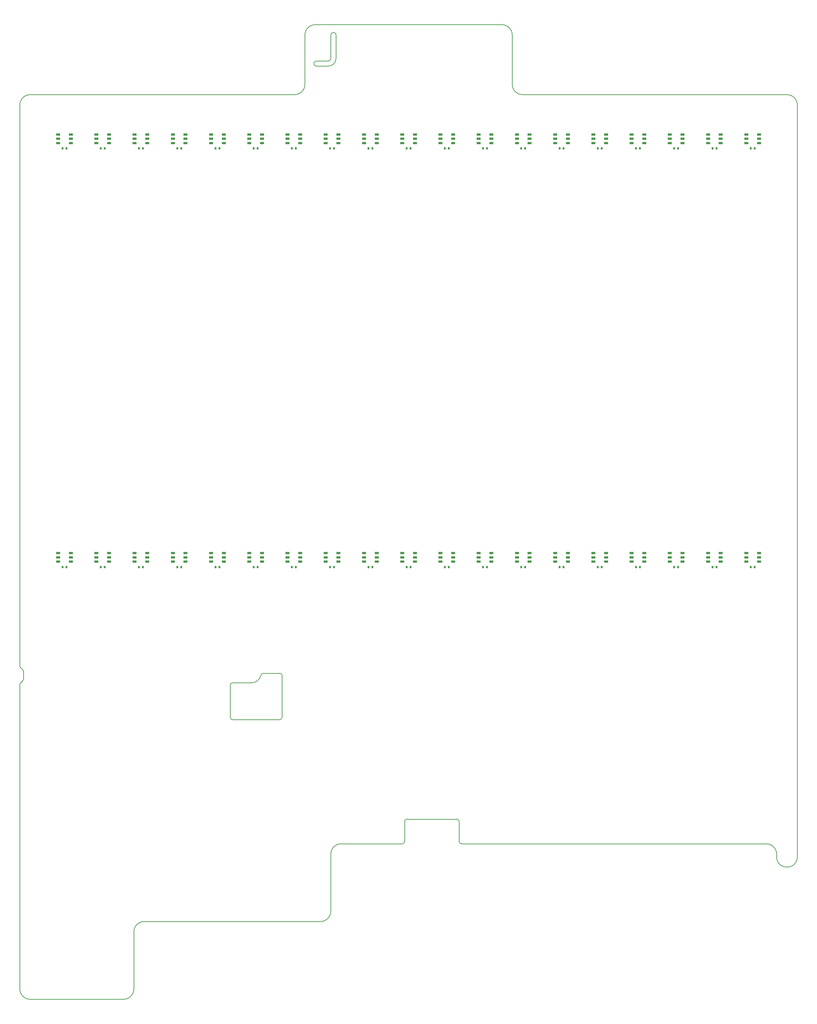
<source format=gtp>
G04*
G04 #@! TF.GenerationSoftware,Altium Limited,Altium Designer,22.2.1 (43)*
G04*
G04 Layer_Color=8421504*
%FSLAX44Y44*%
%MOMM*%
G71*
G04*
G04 #@! TF.SameCoordinates,CDD9168B-683F-4F5A-B1B2-3852E0251DB5*
G04*
G04*
G04 #@! TF.FilePolarity,Positive*
G04*
G01*
G75*
%ADD10C,0.2540*%
%ADD17R,1.5000X0.9000*%
%ADD18R,0.6350X0.8890*%
D10*
X-310000Y2270000D02*
G03*
X-300000Y2280000I0J10000D01*
G01*
X-365000Y2260000D02*
G03*
X-355000Y2250000I10000J0D01*
G01*
Y2270000D02*
G03*
X-365000Y2260000I0J-10000D01*
G01*
X-310000Y2250000D02*
G03*
X-280000Y2280000I0J30000D01*
G01*
X-280000Y2370000D02*
G03*
X-290000Y2380000I-10000J0D01*
G01*
D02*
G03*
X-300000Y2370000I0J-10000D01*
G01*
X195000Y-740000D02*
G03*
X205000Y-750000I10000J0D01*
G01*
X195000Y-665000D02*
G03*
X185000Y-655000I-10000J0D01*
G01*
X-5000D02*
G03*
X-15000Y-665000I0J-10000D01*
G01*
X-488000Y-102000D02*
G03*
X-498000Y-92000I-10000J0D01*
G01*
X-606000Y-129000D02*
G03*
X-570261Y-101576I0J37000D01*
G01*
X-688000Y-261000D02*
G03*
X-678000Y-271000I10000J0D01*
G01*
Y-129000D02*
G03*
X-688000Y-139000I0J-10000D01*
G01*
X-560250Y-92000D02*
G03*
X-569457Y-98838I0J-9618D01*
G01*
X-498000Y-271000D02*
G03*
X-488000Y-261000I0J10000D01*
G01*
X-25000Y-750000D02*
G03*
X-15000Y-740000I0J10000D01*
G01*
X-1100000Y-1350000D02*
G03*
X-1060000Y-1310000I0J40000D01*
G01*
X-260000Y-750000D02*
G03*
X-300000Y-790000I0J-40000D01*
G01*
X-340000Y-1050000D02*
G03*
X-300000Y-1010000I0J40000D01*
G01*
X-1020000Y-1050000D02*
G03*
X-1060000Y-1090000I0J-40000D01*
G01*
X-1489035Y-121285D02*
G03*
X-1485500Y-112750I-8536J8536D01*
G01*
X-1496465Y-128714D02*
G03*
X-1500000Y-137250I8536J-8536D01*
G01*
Y-62250D02*
G03*
X-1496465Y-70785I12071J0D01*
G01*
X-1485500Y-86750D02*
G03*
X-1489035Y-78214I-12071J0D01*
G01*
X-360000Y2410000D02*
G03*
X-400000Y2370000I0J-40000D01*
G01*
X-440000Y2140000D02*
G03*
X-400000Y2180000I0J40000D01*
G01*
X-1460000Y2140000D02*
G03*
X-1500000Y2100000I0J-40000D01*
G01*
X400000Y2180000D02*
G03*
X440000Y2140000I40000J0D01*
G01*
X400000Y2370000D02*
G03*
X360000Y2410000I-40000J0D01*
G01*
X1500000Y2100000D02*
G03*
X1460000Y2140000I-40000J0D01*
G01*
X-1500000Y-1310000D02*
G03*
X-1460000Y-1350000I40000J0D01*
G01*
X1420000Y-790000D02*
G03*
X1380000Y-750000I-40000J0D01*
G01*
X1420000Y-800000D02*
G03*
X1500000Y-800000I40000J0D01*
G01*
X-355000Y2250000D02*
X-310000Y2250000D01*
X-355000Y2270000D02*
X-310000Y2270000D01*
X-280000Y2280000D02*
X-280000Y2370000D01*
X-300000Y2280000D02*
X-300000Y2370000D01*
X-678000Y-271000D02*
X-498000D01*
X-488000Y-261000D02*
Y-190000D01*
X-688000D02*
Y-139000D01*
X-678000Y-129000D02*
X-606000D01*
X-488000Y-190000D02*
Y-102000D01*
X-560250Y-92000D02*
X-498000D01*
X-570261Y-101576D02*
X-569457Y-98838D01*
X-688000Y-261000D02*
Y-190000D01*
X-5000Y-655000D02*
X90000D01*
X185000D01*
X195000Y-740000D02*
Y-665000D01*
X-15000Y-740000D02*
Y-665000D01*
X-300000Y-1010000D02*
Y-790000D01*
X-1020000Y-1050000D02*
X-340000Y-1050000D01*
X-1060000Y-1310000D02*
Y-1090000D01*
X-1485500Y-99750D02*
Y-86750D01*
Y-112750D02*
Y-99750D01*
X-1496464Y-128715D02*
X-1489036Y-121286D01*
X-1496464Y-70785D02*
X-1489036Y-78214D01*
X-400000Y2180000D02*
Y2370000D01*
X-360000Y2410000D02*
X360000D01*
X-1460000Y2140000D02*
X-440000Y2140000D01*
X400000Y2180000D02*
Y2370000D01*
X440000Y2140000D02*
X1460000Y2140000D01*
X-1500000Y-137250D02*
X-1500000Y-1310000D01*
X-1460000Y-1350000D02*
X-1100000D01*
X-260000Y-750000D02*
X-25000Y-750000D01*
X205000Y-750000D02*
X1380000Y-750000D01*
X1420000Y-800000D02*
Y-790000D01*
X1499999Y-800000D02*
X1500000Y2100000D01*
X-1500000Y-62250D02*
Y2100000D01*
D17*
X1352000Y1953500D02*
D03*
Y1986500D02*
D03*
X1303000Y1953500D02*
D03*
Y1986500D02*
D03*
Y1970000D02*
D03*
X1352000D02*
D03*
X1204500Y1953500D02*
D03*
Y1986500D02*
D03*
X1155500Y1953500D02*
D03*
Y1986500D02*
D03*
Y1970000D02*
D03*
X1204500D02*
D03*
X1057000Y1953500D02*
D03*
Y1986500D02*
D03*
X1008000Y1953500D02*
D03*
Y1986500D02*
D03*
Y1970000D02*
D03*
X1057000D02*
D03*
X909500Y1953500D02*
D03*
Y1986500D02*
D03*
X860500Y1953500D02*
D03*
Y1986500D02*
D03*
Y1970000D02*
D03*
X909500D02*
D03*
X762000Y1953500D02*
D03*
Y1986500D02*
D03*
X713000Y1953500D02*
D03*
Y1986500D02*
D03*
Y1970000D02*
D03*
X762000D02*
D03*
X614500Y1953500D02*
D03*
Y1986500D02*
D03*
X565500Y1953500D02*
D03*
Y1986500D02*
D03*
Y1970000D02*
D03*
X614500D02*
D03*
X467000Y1953500D02*
D03*
Y1986500D02*
D03*
X418000Y1953500D02*
D03*
Y1986500D02*
D03*
Y1970000D02*
D03*
X467000D02*
D03*
X319500Y1953500D02*
D03*
Y1986500D02*
D03*
X270500Y1953500D02*
D03*
Y1986500D02*
D03*
Y1970000D02*
D03*
X319500D02*
D03*
X172000Y1953500D02*
D03*
Y1986500D02*
D03*
X123000Y1953500D02*
D03*
Y1986500D02*
D03*
Y1970000D02*
D03*
X172000D02*
D03*
X24500Y1953500D02*
D03*
Y1986500D02*
D03*
X-24500Y1953500D02*
D03*
Y1986500D02*
D03*
Y1970000D02*
D03*
X24500D02*
D03*
X-123000Y1953500D02*
D03*
Y1986500D02*
D03*
X-172000Y1953500D02*
D03*
Y1986500D02*
D03*
Y1970000D02*
D03*
X-123000D02*
D03*
X-270500Y1953500D02*
D03*
Y1986500D02*
D03*
X-319500Y1953500D02*
D03*
Y1986500D02*
D03*
Y1970000D02*
D03*
X-270500D02*
D03*
X-418000Y1953500D02*
D03*
Y1986500D02*
D03*
X-467000Y1953500D02*
D03*
Y1986500D02*
D03*
Y1970000D02*
D03*
X-418000D02*
D03*
X-565500Y1953500D02*
D03*
Y1986500D02*
D03*
X-614500Y1953500D02*
D03*
Y1986500D02*
D03*
Y1970000D02*
D03*
X-565500D02*
D03*
X-713000Y1953500D02*
D03*
Y1986500D02*
D03*
X-762000Y1953500D02*
D03*
Y1986500D02*
D03*
Y1970000D02*
D03*
X-713000D02*
D03*
X-860500Y1953500D02*
D03*
Y1986500D02*
D03*
X-909500Y1953500D02*
D03*
Y1986500D02*
D03*
Y1970000D02*
D03*
X-860500D02*
D03*
X-1008000Y1953500D02*
D03*
Y1986500D02*
D03*
X-1057000Y1953500D02*
D03*
Y1986500D02*
D03*
Y1970000D02*
D03*
X-1008000D02*
D03*
X-1155500Y1953500D02*
D03*
Y1986500D02*
D03*
X-1204500Y1953500D02*
D03*
Y1986500D02*
D03*
Y1970000D02*
D03*
X-1155500D02*
D03*
X-1303000Y1953500D02*
D03*
Y1986500D02*
D03*
X-1352000Y1953500D02*
D03*
Y1986500D02*
D03*
Y1970000D02*
D03*
X-1303000D02*
D03*
X1352000Y355000D02*
D03*
X1303000D02*
D03*
Y371500D02*
D03*
Y338500D02*
D03*
X1352000Y371500D02*
D03*
Y338500D02*
D03*
X1204500Y355000D02*
D03*
X1155500D02*
D03*
Y371500D02*
D03*
Y338500D02*
D03*
X1204500Y371500D02*
D03*
Y338500D02*
D03*
X1057000Y355000D02*
D03*
X1008000D02*
D03*
Y371500D02*
D03*
Y338500D02*
D03*
X1057000Y371500D02*
D03*
Y338500D02*
D03*
X909500Y355000D02*
D03*
X860500D02*
D03*
Y371500D02*
D03*
Y338500D02*
D03*
X909500Y371500D02*
D03*
Y338500D02*
D03*
X762000Y355000D02*
D03*
X713000D02*
D03*
Y371500D02*
D03*
Y338500D02*
D03*
X762000Y371500D02*
D03*
Y338500D02*
D03*
X614500Y355000D02*
D03*
X565500D02*
D03*
Y371500D02*
D03*
Y338500D02*
D03*
X614500Y371500D02*
D03*
Y338500D02*
D03*
X467000Y355000D02*
D03*
X418000D02*
D03*
Y371500D02*
D03*
Y338500D02*
D03*
X467000Y371500D02*
D03*
Y338500D02*
D03*
X319500Y355000D02*
D03*
X270500D02*
D03*
Y371500D02*
D03*
Y338500D02*
D03*
X319500Y371500D02*
D03*
Y338500D02*
D03*
X172000Y355000D02*
D03*
X123000D02*
D03*
Y371500D02*
D03*
Y338500D02*
D03*
X172000Y371500D02*
D03*
Y338500D02*
D03*
X24500Y355000D02*
D03*
X-24500D02*
D03*
Y371500D02*
D03*
Y338500D02*
D03*
X24500Y371500D02*
D03*
Y338500D02*
D03*
X-123000Y355000D02*
D03*
X-172000D02*
D03*
Y371500D02*
D03*
Y338500D02*
D03*
X-123000Y371500D02*
D03*
Y338500D02*
D03*
X-270500Y355000D02*
D03*
X-319500D02*
D03*
Y371500D02*
D03*
Y338500D02*
D03*
X-270500Y371500D02*
D03*
Y338500D02*
D03*
X-418000Y355000D02*
D03*
X-467000D02*
D03*
Y371500D02*
D03*
Y338500D02*
D03*
X-418000Y371500D02*
D03*
Y338500D02*
D03*
X-565500Y355000D02*
D03*
X-614500D02*
D03*
Y371500D02*
D03*
Y338500D02*
D03*
X-565500Y371500D02*
D03*
Y338500D02*
D03*
X-713000Y355000D02*
D03*
X-762000D02*
D03*
Y371500D02*
D03*
Y338500D02*
D03*
X-713000Y371500D02*
D03*
Y338500D02*
D03*
X-860500Y355000D02*
D03*
X-909500D02*
D03*
Y371500D02*
D03*
Y338500D02*
D03*
X-860500Y371500D02*
D03*
Y338500D02*
D03*
X-1008000Y355000D02*
D03*
X-1057000D02*
D03*
Y371500D02*
D03*
Y338500D02*
D03*
X-1008000Y371500D02*
D03*
Y338500D02*
D03*
X-1155500Y355000D02*
D03*
X-1204500D02*
D03*
Y371500D02*
D03*
Y338500D02*
D03*
X-1155500Y371500D02*
D03*
Y338500D02*
D03*
X-1303000Y355000D02*
D03*
X-1352000D02*
D03*
Y371500D02*
D03*
Y338500D02*
D03*
X-1303000Y371500D02*
D03*
Y338500D02*
D03*
D18*
X1319880Y1932500D02*
D03*
X1335120D02*
D03*
X1172380D02*
D03*
X1187620D02*
D03*
X1024880D02*
D03*
X1040120D02*
D03*
X877380D02*
D03*
X892620D02*
D03*
X729880D02*
D03*
X745120D02*
D03*
X582380D02*
D03*
X597620D02*
D03*
X434880D02*
D03*
X450120D02*
D03*
X287380D02*
D03*
X302620D02*
D03*
X139880D02*
D03*
X155120D02*
D03*
X-7620D02*
D03*
X7620D02*
D03*
X-155120D02*
D03*
X-139880D02*
D03*
X-302620D02*
D03*
X-287380D02*
D03*
X-450120D02*
D03*
X-434880D02*
D03*
X-597620D02*
D03*
X-582380D02*
D03*
X-745120D02*
D03*
X-729880D02*
D03*
X-892620D02*
D03*
X-877380D02*
D03*
X-1040120D02*
D03*
X-1024880D02*
D03*
X-1187620D02*
D03*
X-1172380D02*
D03*
X-1335120D02*
D03*
X-1319880D02*
D03*
X-1335120Y317500D02*
D03*
X-1319880D02*
D03*
X1335120D02*
D03*
X1319880D02*
D03*
X1187620D02*
D03*
X1172380D02*
D03*
X1040120D02*
D03*
X1024880D02*
D03*
X892620D02*
D03*
X877380D02*
D03*
X745120D02*
D03*
X729880D02*
D03*
X597620D02*
D03*
X582380D02*
D03*
X450120D02*
D03*
X434880D02*
D03*
X302620D02*
D03*
X287380D02*
D03*
X155120D02*
D03*
X139880D02*
D03*
X7620D02*
D03*
X-7620D02*
D03*
X-139880D02*
D03*
X-155120D02*
D03*
X-287380D02*
D03*
X-302620D02*
D03*
X-434880D02*
D03*
X-450120D02*
D03*
X-582380D02*
D03*
X-597620D02*
D03*
X-729880D02*
D03*
X-745120D02*
D03*
X-877380D02*
D03*
X-892620D02*
D03*
X-1024880D02*
D03*
X-1040120D02*
D03*
X-1172380D02*
D03*
X-1187620D02*
D03*
M02*

</source>
